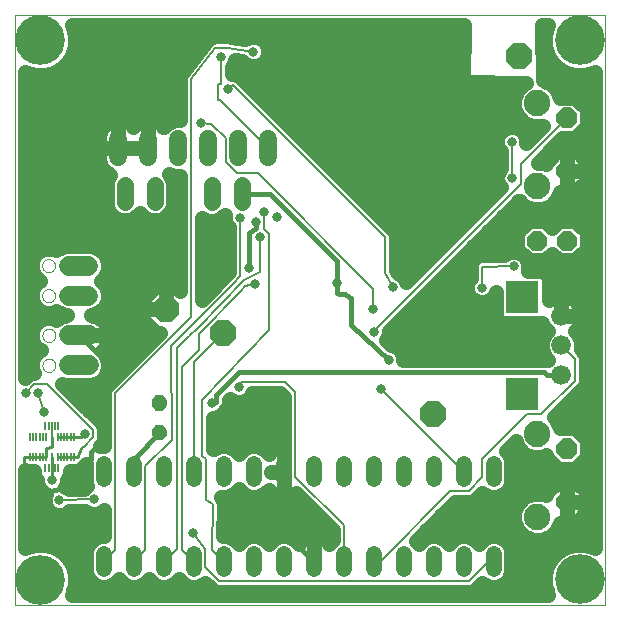
<source format=gtl>
G75*
%MOIN*%
%OFA0B0*%
%FSLAX24Y24*%
%IPPOS*%
%LPD*%
%AMOC8*
5,1,8,0,0,1.08239X$1,22.5*
%
%ADD10C,0.0000*%
%ADD11OC8,0.0850*%
%ADD12C,0.0520*%
%ADD13C,0.0560*%
%ADD14C,0.0104*%
%ADD15OC8,0.0660*%
%ADD16OC8,0.0700*%
%ADD17C,0.0885*%
%ADD18C,0.0660*%
%ADD19R,0.1102X0.1102*%
%ADD20C,0.0600*%
%ADD21C,0.0650*%
%ADD22R,0.0112X0.0276*%
%ADD23C,0.0160*%
%ADD24C,0.0317*%
%ADD25C,0.0110*%
%ADD26C,0.0500*%
%ADD27C,0.0100*%
%ADD28C,0.0080*%
%ADD29C,0.1660*%
D10*
X000350Y000350D02*
X000350Y020035D01*
X020035Y020035D01*
X020035Y000350D01*
X000350Y000350D01*
X001267Y008344D02*
X001269Y008373D01*
X001275Y008401D01*
X001284Y008429D01*
X001297Y008455D01*
X001314Y008478D01*
X001333Y008500D01*
X001355Y008519D01*
X001380Y008534D01*
X001406Y008547D01*
X001434Y008555D01*
X001462Y008560D01*
X001491Y008561D01*
X001520Y008558D01*
X001548Y008551D01*
X001575Y008541D01*
X001601Y008527D01*
X001624Y008510D01*
X001645Y008490D01*
X001663Y008467D01*
X001678Y008442D01*
X001689Y008415D01*
X001697Y008387D01*
X001701Y008358D01*
X001701Y008330D01*
X001697Y008301D01*
X001689Y008273D01*
X001678Y008246D01*
X001663Y008221D01*
X001645Y008198D01*
X001624Y008178D01*
X001601Y008161D01*
X001575Y008147D01*
X001548Y008137D01*
X001520Y008130D01*
X001491Y008127D01*
X001462Y008128D01*
X001434Y008133D01*
X001406Y008141D01*
X001380Y008154D01*
X001355Y008169D01*
X001333Y008188D01*
X001314Y008210D01*
X001297Y008233D01*
X001284Y008259D01*
X001275Y008287D01*
X001269Y008315D01*
X001267Y008344D01*
X001267Y009344D02*
X001269Y009373D01*
X001275Y009401D01*
X001284Y009429D01*
X001297Y009455D01*
X001314Y009478D01*
X001333Y009500D01*
X001355Y009519D01*
X001380Y009534D01*
X001406Y009547D01*
X001434Y009555D01*
X001462Y009560D01*
X001491Y009561D01*
X001520Y009558D01*
X001548Y009551D01*
X001575Y009541D01*
X001601Y009527D01*
X001624Y009510D01*
X001645Y009490D01*
X001663Y009467D01*
X001678Y009442D01*
X001689Y009415D01*
X001697Y009387D01*
X001701Y009358D01*
X001701Y009330D01*
X001697Y009301D01*
X001689Y009273D01*
X001678Y009246D01*
X001663Y009221D01*
X001645Y009198D01*
X001624Y009178D01*
X001601Y009161D01*
X001575Y009147D01*
X001548Y009137D01*
X001520Y009130D01*
X001491Y009127D01*
X001462Y009128D01*
X001434Y009133D01*
X001406Y009141D01*
X001380Y009154D01*
X001355Y009169D01*
X001333Y009188D01*
X001314Y009210D01*
X001297Y009233D01*
X001284Y009259D01*
X001275Y009287D01*
X001269Y009315D01*
X001267Y009344D01*
X001259Y010670D02*
X001261Y010699D01*
X001267Y010727D01*
X001276Y010755D01*
X001289Y010781D01*
X001306Y010804D01*
X001325Y010826D01*
X001347Y010845D01*
X001372Y010860D01*
X001398Y010873D01*
X001426Y010881D01*
X001454Y010886D01*
X001483Y010887D01*
X001512Y010884D01*
X001540Y010877D01*
X001567Y010867D01*
X001593Y010853D01*
X001616Y010836D01*
X001637Y010816D01*
X001655Y010793D01*
X001670Y010768D01*
X001681Y010741D01*
X001689Y010713D01*
X001693Y010684D01*
X001693Y010656D01*
X001689Y010627D01*
X001681Y010599D01*
X001670Y010572D01*
X001655Y010547D01*
X001637Y010524D01*
X001616Y010504D01*
X001593Y010487D01*
X001567Y010473D01*
X001540Y010463D01*
X001512Y010456D01*
X001483Y010453D01*
X001454Y010454D01*
X001426Y010459D01*
X001398Y010467D01*
X001372Y010480D01*
X001347Y010495D01*
X001325Y010514D01*
X001306Y010536D01*
X001289Y010559D01*
X001276Y010585D01*
X001267Y010613D01*
X001261Y010641D01*
X001259Y010670D01*
X001259Y011670D02*
X001261Y011699D01*
X001267Y011727D01*
X001276Y011755D01*
X001289Y011781D01*
X001306Y011804D01*
X001325Y011826D01*
X001347Y011845D01*
X001372Y011860D01*
X001398Y011873D01*
X001426Y011881D01*
X001454Y011886D01*
X001483Y011887D01*
X001512Y011884D01*
X001540Y011877D01*
X001567Y011867D01*
X001593Y011853D01*
X001616Y011836D01*
X001637Y011816D01*
X001655Y011793D01*
X001670Y011768D01*
X001681Y011741D01*
X001689Y011713D01*
X001693Y011684D01*
X001693Y011656D01*
X001689Y011627D01*
X001681Y011599D01*
X001670Y011572D01*
X001655Y011547D01*
X001637Y011524D01*
X001616Y011504D01*
X001593Y011487D01*
X001567Y011473D01*
X001540Y011463D01*
X001512Y011456D01*
X001483Y011453D01*
X001454Y011454D01*
X001426Y011459D01*
X001398Y011467D01*
X001372Y011480D01*
X001347Y011495D01*
X001325Y011514D01*
X001306Y011536D01*
X001289Y011559D01*
X001276Y011585D01*
X001267Y011613D01*
X001261Y011641D01*
X001259Y011670D01*
D11*
X005382Y010210D03*
X007280Y009422D03*
X014277Y006729D03*
X017168Y018666D03*
D12*
X016317Y005065D02*
X016317Y004545D01*
X015317Y004545D02*
X015317Y005065D01*
X014317Y005065D02*
X014317Y004545D01*
X013317Y004545D02*
X013317Y005065D01*
X012317Y005065D02*
X012317Y004545D01*
X011317Y004545D02*
X011317Y005065D01*
X010317Y005065D02*
X010317Y004545D01*
X009317Y004545D02*
X009317Y005065D01*
X008317Y005065D02*
X008317Y004545D01*
X007317Y004545D02*
X007317Y005065D01*
X006317Y005065D02*
X006317Y004545D01*
X005317Y004545D02*
X005317Y005065D01*
X004317Y005065D02*
X004317Y004545D01*
X003317Y004545D02*
X003317Y005065D01*
X003317Y002065D02*
X003317Y001545D01*
X004317Y001545D02*
X004317Y002065D01*
X005317Y002065D02*
X005317Y001545D01*
X006317Y001545D02*
X006317Y002065D01*
X007317Y002065D02*
X007317Y001545D01*
X008317Y001545D02*
X008317Y002065D01*
X009317Y002065D02*
X009317Y001545D01*
X010317Y001545D02*
X010317Y002065D01*
X011317Y002065D02*
X011317Y001545D01*
X012317Y001545D02*
X012317Y002065D01*
X013317Y002065D02*
X013317Y001545D01*
X014317Y001545D02*
X014317Y002065D01*
X015317Y002065D02*
X015317Y001545D01*
X016317Y001545D02*
X016317Y002065D01*
D13*
X007916Y013783D02*
X007916Y014343D01*
X006916Y014343D02*
X006916Y013783D01*
X005021Y013790D02*
X005021Y014350D01*
X004021Y014350D02*
X004021Y013790D01*
D14*
X004998Y007072D02*
X004946Y007020D01*
X004946Y007192D01*
X005067Y007313D01*
X005239Y007313D01*
X005360Y007192D01*
X005360Y007020D01*
X005239Y006899D01*
X005067Y006899D01*
X004946Y007020D01*
X005024Y007052D01*
X005024Y007160D01*
X005099Y007235D01*
X005207Y007235D01*
X005282Y007160D01*
X005282Y007052D01*
X005207Y006977D01*
X005099Y006977D01*
X005024Y007052D01*
X005102Y007085D01*
X005102Y007127D01*
X005132Y007157D01*
X005174Y007157D01*
X005204Y007127D01*
X005204Y007085D01*
X005174Y007055D01*
X005132Y007055D01*
X005102Y007085D01*
X004998Y006082D02*
X004946Y006030D01*
X004946Y006202D01*
X005067Y006323D01*
X005239Y006323D01*
X005360Y006202D01*
X005360Y006030D01*
X005239Y005909D01*
X005067Y005909D01*
X004946Y006030D01*
X005024Y006062D01*
X005024Y006170D01*
X005099Y006245D01*
X005207Y006245D01*
X005282Y006170D01*
X005282Y006062D01*
X005207Y005987D01*
X005099Y005987D01*
X005024Y006062D01*
X005102Y006095D01*
X005102Y006137D01*
X005132Y006167D01*
X005174Y006167D01*
X005204Y006137D01*
X005204Y006095D01*
X005174Y006065D01*
X005132Y006065D01*
X005102Y006095D01*
D15*
X017763Y012502D03*
X018763Y012502D03*
D16*
X018753Y014814D03*
X018753Y016594D03*
X018753Y005571D03*
X018753Y003791D03*
D17*
X017773Y003301D03*
X017773Y006061D03*
X017773Y014324D03*
X017773Y017084D03*
D18*
X018568Y009996D03*
X018568Y009011D03*
X018568Y008027D03*
D19*
X017268Y007397D03*
X017268Y010626D03*
D20*
X008804Y015289D02*
X008804Y015889D01*
X007804Y015889D02*
X007804Y015289D01*
X006804Y015289D02*
X006804Y015889D01*
X005804Y015889D02*
X005804Y015289D01*
X004804Y015289D02*
X004804Y015889D01*
X003804Y015889D02*
X003804Y015289D01*
D21*
X002801Y011670D02*
X002151Y011670D01*
X002151Y010670D02*
X002801Y010670D01*
X002809Y009344D02*
X002160Y009344D01*
X002160Y008344D02*
X002809Y008344D01*
D22*
X001804Y006336D03*
X001696Y006336D03*
X001588Y006336D03*
X001481Y006336D03*
X001374Y006336D03*
X001588Y006148D03*
X001588Y005953D03*
X001785Y005953D03*
X001892Y005953D03*
X001999Y005953D03*
X002105Y005953D03*
X002214Y005953D03*
X002321Y005953D03*
X002320Y005304D03*
X002213Y005304D03*
X002104Y005304D03*
X001998Y005305D03*
X001891Y005305D03*
X001785Y005303D03*
X001588Y005303D03*
X001391Y005303D03*
X001286Y005304D03*
X001179Y005304D03*
X001070Y005304D03*
X000964Y005304D03*
X000857Y005304D03*
X001374Y004920D03*
X001481Y004920D03*
X001588Y004920D03*
X001696Y004920D03*
X001804Y004920D03*
X001588Y005083D03*
X001391Y005953D03*
X001282Y005953D03*
X001175Y005953D03*
X001066Y005953D03*
X000960Y005953D03*
X000853Y005953D03*
D23*
X000650Y004816D02*
X000644Y004579D01*
X000633Y004300D01*
X001296Y004086D01*
X002101Y004285D01*
X002795Y005085D01*
X002885Y005240D01*
X002885Y005468D01*
X003295Y005878D01*
X003295Y008547D01*
X002492Y009350D01*
X002484Y009344D01*
X006508Y010536D02*
X007466Y011591D01*
X008158Y011591D02*
X008159Y012774D01*
X008381Y012925D01*
X008381Y013114D01*
X007917Y014059D02*
X007916Y014063D01*
X007917Y014059D02*
X008854Y014059D01*
X011082Y011830D01*
X011084Y011098D01*
X011079Y010769D01*
X011153Y010736D01*
X011358Y010736D01*
X011476Y010618D01*
X011550Y010584D01*
X011553Y010274D01*
X011553Y009691D01*
X012816Y008534D01*
X007830Y008130D02*
X007071Y007370D01*
X007071Y007137D01*
X006929Y007137D01*
X006929Y007082D01*
X007830Y008130D02*
X017988Y008130D01*
X018090Y008027D01*
X018568Y008027D01*
X010311Y001807D02*
X009626Y002492D01*
X008145Y002492D01*
X008090Y002437D01*
X007842Y002408D01*
X008720Y003849D02*
X009279Y003322D01*
X010311Y001807D02*
X010317Y001805D01*
X005193Y006114D02*
X004319Y005240D01*
X004319Y004807D01*
X004317Y004805D01*
X005153Y006116D02*
X005193Y006114D01*
D24*
X006929Y007082D03*
X007818Y007611D03*
X006508Y010536D03*
X007466Y011591D03*
X008158Y011591D03*
X008358Y011060D03*
X008538Y012625D03*
X008381Y013114D03*
X008673Y013445D03*
X009101Y013299D03*
X007845Y013263D03*
X011084Y011098D03*
X012297Y010239D03*
X012941Y010955D03*
X012326Y009468D03*
X012816Y008534D03*
X012573Y007573D03*
X015921Y010932D03*
X016975Y011646D03*
X016926Y014596D03*
X016918Y015799D03*
X008304Y018805D03*
X007214Y018608D03*
X007472Y017573D03*
X006543Y016434D03*
X001122Y007437D03*
X000720Y007437D03*
X001329Y006778D03*
X002684Y006056D03*
X002795Y005085D03*
X001595Y004511D03*
X001834Y003842D03*
X002988Y003881D03*
X006286Y002741D03*
X007842Y002408D03*
X009279Y003322D03*
X008720Y003849D03*
D25*
X002684Y006056D02*
X002561Y005957D01*
X002561Y005953D01*
X001785Y005953D01*
X001588Y005953D02*
X001588Y005626D01*
X001389Y005588D01*
X001390Y005336D01*
X001391Y005303D02*
X000649Y005303D01*
X000649Y005271D01*
X000650Y004816D01*
X001597Y004851D02*
X001592Y005303D01*
X001588Y005303D01*
X001597Y004851D02*
X001595Y004511D01*
D26*
X002052Y004338D02*
X002765Y004338D01*
X002772Y004320D02*
X002711Y004295D01*
X002656Y004240D01*
X002144Y004222D01*
X002111Y004256D01*
X002032Y004289D01*
X002083Y004414D01*
X002083Y004540D01*
X002139Y004595D01*
X002190Y004717D01*
X002190Y004837D01*
X002226Y004837D01*
X002442Y004837D01*
X002563Y004887D01*
X002654Y004978D01*
X002661Y004981D01*
X002727Y005047D01*
X002727Y004428D01*
X002772Y004320D01*
X002727Y004837D02*
X002190Y004837D01*
X002226Y004837D02*
X002226Y004837D01*
X001398Y004064D02*
X001318Y004097D01*
X001181Y004234D01*
X001107Y004414D01*
X001107Y004527D01*
X001038Y004596D01*
X000988Y004717D01*
X000988Y004836D01*
X000949Y004836D01*
X000948Y004836D01*
X000735Y004836D01*
X000700Y004851D01*
X000700Y002251D01*
X000752Y002281D01*
X001047Y002360D01*
X001353Y002360D01*
X001648Y002281D01*
X001912Y002128D01*
X002128Y001912D01*
X002281Y001648D01*
X002360Y001353D01*
X002360Y001047D01*
X002281Y000752D01*
X002251Y000700D01*
X018136Y000700D01*
X018099Y000765D01*
X018019Y001060D01*
X018019Y001365D01*
X018099Y001660D01*
X018251Y001924D01*
X018467Y002140D01*
X018732Y002293D01*
X019027Y002372D01*
X019332Y002372D01*
X019627Y002293D01*
X019685Y002260D01*
X019685Y018128D01*
X019629Y018096D01*
X019334Y018017D01*
X019029Y018017D01*
X018734Y018096D01*
X018469Y018248D01*
X018253Y018464D01*
X018101Y018729D01*
X018022Y019024D01*
X018022Y019329D01*
X018101Y019624D01*
X018136Y019685D01*
X017915Y019685D01*
X017949Y017848D01*
X018211Y017739D01*
X018428Y017522D01*
X018531Y017274D01*
X019035Y017274D01*
X019433Y016876D01*
X019433Y016313D01*
X019035Y015914D01*
X018595Y015914D01*
X017778Y015097D01*
X017927Y015097D01*
X018053Y015044D01*
X018053Y015104D01*
X018463Y015514D01*
X018753Y015514D01*
X018753Y014814D01*
X018753Y014814D01*
X018753Y014114D01*
X018523Y014114D01*
X018428Y013887D01*
X018211Y013669D01*
X017927Y013552D01*
X017620Y013552D01*
X017336Y013669D01*
X017166Y013839D01*
X012815Y009488D01*
X012815Y009371D01*
X012740Y009191D01*
X012724Y009175D01*
X012890Y009022D01*
X012914Y009022D01*
X013093Y008948D01*
X013230Y008810D01*
X013305Y008631D01*
X013305Y008540D01*
X018069Y008540D01*
X018124Y008517D01*
X018126Y008519D01*
X018008Y008638D01*
X017908Y008880D01*
X017908Y009143D01*
X018008Y009385D01*
X018112Y009489D01*
X018055Y009546D01*
X018001Y009617D01*
X017956Y009694D01*
X017928Y009762D01*
X017885Y009744D01*
X016652Y009744D01*
X016530Y009795D01*
X016437Y009887D01*
X016387Y010009D01*
X016387Y010782D01*
X016335Y010655D01*
X016197Y010518D01*
X016018Y010443D01*
X015824Y010443D01*
X015644Y010518D01*
X015507Y010655D01*
X015432Y010835D01*
X015432Y011029D01*
X015507Y011208D01*
X015550Y011252D01*
X015550Y011399D01*
X015550Y011400D01*
X015550Y011473D01*
X015550Y011546D01*
X015550Y011546D01*
X015550Y011639D01*
X015549Y011711D01*
X015550Y011712D01*
X015550Y011713D01*
X015578Y011781D01*
X015605Y011848D01*
X015606Y011848D01*
X015606Y011849D01*
X015658Y011901D01*
X015708Y011952D01*
X015709Y011953D01*
X015710Y011953D01*
X015777Y011981D01*
X015844Y012009D01*
X015845Y012009D01*
X015846Y012010D01*
X015919Y012010D01*
X016653Y012014D01*
X016699Y012060D01*
X016878Y012134D01*
X017073Y012134D01*
X017252Y012060D01*
X017389Y011922D01*
X017464Y011743D01*
X017464Y011549D01*
X017446Y011507D01*
X017885Y011507D01*
X018007Y011457D01*
X018099Y011364D01*
X018150Y011242D01*
X018150Y010532D01*
X018189Y010562D01*
X018266Y010607D01*
X018349Y010641D01*
X018435Y010664D01*
X018523Y010676D01*
X018568Y010676D01*
X018568Y009996D01*
X018568Y009996D01*
X019248Y009996D01*
X019248Y010040D01*
X019236Y010129D01*
X019213Y010215D01*
X019179Y010297D01*
X019134Y010374D01*
X019080Y010445D01*
X019017Y010508D01*
X018946Y010562D01*
X018869Y010607D01*
X018787Y010641D01*
X018701Y010664D01*
X018612Y010676D01*
X018568Y010676D01*
X018568Y009996D01*
X018568Y009996D01*
X019248Y009996D01*
X019248Y009951D01*
X019236Y009863D01*
X019213Y009777D01*
X019179Y009694D01*
X019134Y009617D01*
X019080Y009546D01*
X019023Y009489D01*
X019127Y009385D01*
X019228Y009143D01*
X019228Y008880D01*
X019227Y008878D01*
X019333Y008772D01*
X019389Y008636D01*
X019389Y007765D01*
X019333Y007629D01*
X019229Y007525D01*
X018315Y006611D01*
X018428Y006498D01*
X018531Y006251D01*
X019035Y006251D01*
X019433Y005852D01*
X019433Y005289D01*
X019035Y004891D01*
X018472Y004891D01*
X018073Y005289D01*
X018073Y005349D01*
X017927Y005288D01*
X017620Y005288D01*
X017336Y005406D01*
X017118Y005623D01*
X017041Y005809D01*
X016724Y005492D01*
X016817Y005399D01*
X016907Y005183D01*
X016907Y004428D01*
X016817Y004211D01*
X016651Y004045D01*
X016435Y003955D01*
X016200Y003955D01*
X015983Y004045D01*
X015933Y004095D01*
X015686Y003847D01*
X015550Y003791D01*
X015023Y003791D01*
X013724Y002492D01*
X013817Y002400D01*
X013983Y002565D01*
X014200Y002655D01*
X014435Y002655D01*
X014651Y002565D01*
X014817Y002400D01*
X014983Y002565D01*
X015200Y002655D01*
X015435Y002655D01*
X015651Y002565D01*
X015817Y002400D01*
X015983Y002565D01*
X016200Y002655D01*
X016435Y002655D01*
X016651Y002565D01*
X016817Y002399D01*
X016907Y002183D01*
X016907Y001428D01*
X016817Y001211D01*
X016651Y001045D01*
X016435Y000955D01*
X016200Y000955D01*
X015983Y001045D01*
X015933Y001095D01*
X015790Y000951D01*
X015686Y000847D01*
X015550Y000791D01*
X007087Y000791D01*
X006951Y000847D01*
X006847Y000951D01*
X006847Y000951D01*
X006703Y001096D01*
X006651Y001045D01*
X006435Y000955D01*
X006200Y000955D01*
X005983Y001045D01*
X005817Y001211D01*
X005651Y001045D01*
X005435Y000955D01*
X005200Y000955D01*
X004983Y001045D01*
X004817Y001211D01*
X004651Y001045D01*
X004435Y000955D01*
X004200Y000955D01*
X003983Y001045D01*
X003817Y001211D01*
X003651Y001045D01*
X003435Y000955D01*
X003200Y000955D01*
X002983Y001045D01*
X002817Y001211D01*
X002727Y001428D01*
X002727Y002183D01*
X002817Y002399D01*
X002983Y002565D01*
X003200Y002655D01*
X003334Y002655D01*
X003334Y003537D01*
X003265Y003467D01*
X003085Y003393D01*
X002891Y003393D01*
X002711Y003467D01*
X002678Y003500D01*
X002166Y003483D01*
X002111Y003428D01*
X001931Y003353D01*
X001737Y003353D01*
X001557Y003428D01*
X001420Y003565D01*
X001346Y003744D01*
X001346Y003939D01*
X001398Y004064D01*
X001346Y003840D02*
X000700Y003840D01*
X000700Y003341D02*
X003334Y003341D01*
X003334Y002843D02*
X000700Y002843D01*
X000700Y002344D02*
X000988Y002344D01*
X001412Y002344D02*
X002794Y002344D01*
X002727Y001846D02*
X002167Y001846D01*
X002360Y001347D02*
X002761Y001347D01*
X002307Y000849D02*
X006950Y000849D01*
X007817Y002400D02*
X007651Y002565D01*
X007435Y002655D01*
X007307Y002655D01*
X007317Y003695D01*
X007323Y003750D01*
X007318Y003768D01*
X007318Y003787D01*
X007297Y003838D01*
X007281Y003892D01*
X007270Y003906D01*
X007263Y003923D01*
X007231Y003955D01*
X007435Y003955D01*
X007651Y004045D01*
X007817Y004211D01*
X007983Y004045D01*
X008200Y003955D01*
X008435Y003955D01*
X008651Y004045D01*
X008811Y004204D01*
X008852Y004148D01*
X008920Y004080D01*
X008998Y004024D01*
X009083Y003980D01*
X009174Y003950D01*
X009269Y003935D01*
X009317Y003935D01*
X009317Y004805D01*
X008907Y004805D01*
X008907Y004805D01*
X009317Y004805D01*
X009317Y004805D01*
X009317Y004805D01*
X009317Y003935D01*
X009365Y003935D01*
X009460Y003950D01*
X009551Y003980D01*
X009637Y004024D01*
X009715Y004080D01*
X009717Y004082D01*
X010941Y002858D01*
X010941Y002523D01*
X010824Y002406D01*
X010783Y002463D01*
X010715Y002531D01*
X010637Y002587D01*
X010551Y002631D01*
X010460Y002660D01*
X010365Y002675D01*
X010317Y002675D01*
X010269Y002675D01*
X010174Y002660D01*
X010083Y002631D01*
X009998Y002587D01*
X009920Y002531D01*
X009852Y002463D01*
X009811Y002406D01*
X009651Y002565D01*
X009435Y002655D01*
X009200Y002655D01*
X008983Y002565D01*
X008817Y002400D01*
X008651Y002565D01*
X008435Y002655D01*
X008200Y002655D01*
X007983Y002565D01*
X007817Y002400D01*
X007309Y002843D02*
X010941Y002843D01*
X010317Y002675D02*
X010317Y001805D01*
X010317Y002675D01*
X010317Y002344D02*
X010317Y002344D01*
X010317Y001846D02*
X010317Y001846D01*
X010317Y001805D02*
X010317Y001805D01*
X010458Y003341D02*
X007314Y003341D01*
X007297Y003840D02*
X009959Y003840D01*
X009317Y004338D02*
X009317Y004338D01*
X009334Y004805D02*
X009317Y004805D01*
X009317Y005675D01*
X009269Y005675D01*
X009174Y005660D01*
X009083Y005631D01*
X008998Y005587D01*
X008920Y005531D01*
X008852Y005463D01*
X008811Y005406D01*
X008651Y005565D01*
X008435Y005655D01*
X008200Y005655D01*
X007983Y005565D01*
X007817Y005400D01*
X007651Y005565D01*
X007435Y005655D01*
X007200Y005655D01*
X006983Y005565D01*
X006964Y005546D01*
X006964Y006594D01*
X007027Y006594D01*
X007206Y006668D01*
X007344Y006806D01*
X007361Y006848D01*
X007418Y006905D01*
X007481Y007056D01*
X007481Y007201D01*
X007509Y007229D01*
X007541Y007197D01*
X007721Y007123D01*
X007915Y007123D01*
X008095Y007197D01*
X008232Y007334D01*
X008271Y007429D01*
X009197Y007429D01*
X009334Y007291D01*
X009334Y005675D01*
X009317Y005675D01*
X009317Y004805D01*
X009317Y004805D01*
X009317Y004805D01*
X009334Y004805D01*
X009334Y004805D01*
X009317Y004837D02*
X009317Y004837D01*
X009317Y005335D02*
X009317Y005335D01*
X009334Y005834D02*
X006964Y005834D01*
X006964Y006332D02*
X009334Y006332D01*
X009334Y006831D02*
X007354Y006831D01*
X008227Y007329D02*
X009297Y007329D01*
X012795Y009323D02*
X017982Y009323D01*
X017931Y008825D02*
X013216Y008825D01*
X013148Y009822D02*
X016503Y009822D01*
X016387Y010320D02*
X013646Y010320D01*
X014145Y010819D02*
X015439Y010819D01*
X015550Y011317D02*
X014643Y011317D01*
X015142Y011816D02*
X015592Y011816D01*
X015640Y012314D02*
X017103Y012314D01*
X017103Y012228D02*
X017490Y011842D01*
X018037Y011842D01*
X018263Y012068D01*
X018490Y011842D01*
X019037Y011842D01*
X019423Y012228D01*
X019423Y012775D01*
X019037Y013162D01*
X018490Y013162D01*
X018263Y012935D01*
X018037Y013162D01*
X017490Y013162D01*
X017103Y012775D01*
X017103Y012228D01*
X017434Y011816D02*
X019685Y011816D01*
X019685Y011317D02*
X018119Y011317D01*
X018150Y010819D02*
X019685Y010819D01*
X019685Y010320D02*
X019166Y010320D01*
X019225Y009822D02*
X019685Y009822D01*
X019685Y009323D02*
X019153Y009323D01*
X019281Y008825D02*
X019685Y008825D01*
X019685Y008326D02*
X019389Y008326D01*
X019389Y007828D02*
X019685Y007828D01*
X019685Y007329D02*
X019033Y007329D01*
X018535Y006831D02*
X019685Y006831D01*
X019685Y006332D02*
X018497Y006332D01*
X019433Y005834D02*
X019685Y005834D01*
X019685Y005335D02*
X019433Y005335D01*
X019685Y004837D02*
X016907Y004837D01*
X016870Y004338D02*
X018311Y004338D01*
X018463Y004491D02*
X018053Y004081D01*
X018053Y004021D01*
X017927Y004073D01*
X017620Y004073D01*
X017336Y003956D01*
X017118Y003738D01*
X017001Y003454D01*
X017001Y003147D01*
X017118Y002863D01*
X017336Y002646D01*
X017620Y002528D01*
X017927Y002528D01*
X018211Y002646D01*
X018428Y002863D01*
X018523Y003091D01*
X018753Y003091D01*
X018753Y003791D01*
X018753Y004491D01*
X018463Y004491D01*
X018753Y004491D02*
X018753Y003791D01*
X018753Y003791D01*
X018753Y003791D01*
X019453Y003791D01*
X019453Y004081D01*
X019043Y004491D01*
X018753Y004491D01*
X018753Y004338D02*
X018753Y004338D01*
X019196Y004338D02*
X019685Y004338D01*
X019685Y003840D02*
X019453Y003840D01*
X019453Y003791D02*
X018753Y003791D01*
X018753Y003791D01*
X018753Y003091D01*
X019043Y003091D01*
X019453Y003501D01*
X019453Y003791D01*
X019294Y003341D02*
X019685Y003341D01*
X019685Y002843D02*
X018408Y002843D01*
X018921Y002344D02*
X016840Y002344D01*
X016907Y001846D02*
X018206Y001846D01*
X018019Y001347D02*
X016874Y001347D01*
X015687Y000849D02*
X018076Y000849D01*
X019437Y002344D02*
X019685Y002344D01*
X018753Y003341D02*
X018753Y003341D01*
X018753Y003840D02*
X018753Y003840D01*
X017220Y003840D02*
X015667Y003840D01*
X014573Y003341D02*
X017001Y003341D01*
X017139Y002843D02*
X014074Y002843D01*
X016844Y005335D02*
X017507Y005335D01*
X018040Y005335D02*
X018073Y005335D01*
X018568Y010320D02*
X018568Y010320D01*
X019423Y012314D02*
X019685Y012314D01*
X019685Y012813D02*
X019386Y012813D01*
X019685Y013311D02*
X016637Y013311D01*
X017136Y013810D02*
X017196Y013810D01*
X016556Y014276D02*
X013401Y011121D01*
X013356Y011232D01*
X013218Y011370D01*
X013121Y011410D01*
X013057Y011530D01*
X013048Y011684D01*
X013048Y012543D01*
X013048Y012543D01*
X013048Y012617D01*
X013048Y012690D01*
X013048Y012691D01*
X013020Y012758D01*
X012992Y012826D01*
X012992Y012827D01*
X012940Y012878D01*
X012888Y012931D01*
X012888Y012931D01*
X007888Y017926D01*
X007857Y017966D01*
X007836Y017978D01*
X007819Y017994D01*
X007773Y018014D01*
X007729Y018039D01*
X007705Y018042D01*
X007683Y018051D01*
X007633Y018051D01*
X007583Y018057D01*
X007581Y018057D01*
X007580Y018057D01*
X007582Y018285D01*
X007628Y018331D01*
X007702Y018511D01*
X007702Y018528D01*
X007927Y018491D01*
X008027Y018391D01*
X008207Y018317D01*
X008401Y018317D01*
X008581Y018391D01*
X008718Y018529D01*
X008792Y018708D01*
X008792Y018903D01*
X008718Y019082D01*
X008581Y019219D01*
X008401Y019294D01*
X008207Y019294D01*
X008037Y019223D01*
X007566Y019299D01*
X007530Y019313D01*
X007494Y019311D01*
X007457Y019317D01*
X007421Y019308D01*
X007414Y019308D01*
X007090Y019308D01*
X007066Y019314D01*
X007017Y019308D01*
X006966Y019308D01*
X006944Y019299D01*
X006920Y019296D01*
X006877Y019271D01*
X006830Y019252D01*
X006813Y019235D01*
X006793Y019223D01*
X006762Y019183D01*
X006726Y019148D01*
X006717Y019125D01*
X005946Y018131D01*
X005910Y018095D01*
X005901Y018073D01*
X005886Y018054D01*
X005873Y018005D01*
X005854Y017959D01*
X005854Y017935D01*
X005848Y017912D01*
X005854Y017862D01*
X005854Y016519D01*
X005679Y016519D01*
X005447Y016423D01*
X005315Y016291D01*
X005294Y016319D01*
X005233Y016379D01*
X005166Y016431D01*
X005092Y016473D01*
X005013Y016506D01*
X004931Y016528D01*
X004847Y016539D01*
X004804Y016539D01*
X004804Y015589D01*
X004154Y015589D01*
X003804Y015589D01*
X003804Y015589D01*
X003154Y015589D01*
X003154Y015246D01*
X003165Y015162D01*
X003187Y015080D01*
X003220Y015001D01*
X003262Y014927D01*
X003314Y014860D01*
X003374Y014799D01*
X003442Y014747D01*
X003514Y014706D01*
X003504Y014695D01*
X003411Y014471D01*
X003411Y013669D01*
X003504Y013444D01*
X003675Y013273D01*
X003899Y013180D01*
X004142Y013180D01*
X004366Y013273D01*
X004521Y013427D01*
X004675Y013273D01*
X004899Y013180D01*
X005142Y013180D01*
X005366Y013273D01*
X005538Y013444D01*
X005631Y013669D01*
X005631Y014471D01*
X005538Y014695D01*
X005500Y014733D01*
X005679Y014659D01*
X005854Y014659D01*
X005854Y010833D01*
X005703Y010985D01*
X005382Y010985D01*
X005382Y010210D01*
X005382Y010210D01*
X005382Y010985D01*
X005061Y010985D01*
X004607Y010531D01*
X004607Y010210D01*
X005382Y010210D01*
X005382Y010210D01*
X004607Y010210D01*
X004607Y009889D01*
X005061Y009435D01*
X005195Y009435D01*
X003495Y007735D01*
X003391Y007630D01*
X003334Y007494D01*
X003334Y005655D01*
X003202Y005655D01*
X003278Y005731D01*
X003334Y005867D01*
X003334Y006250D01*
X003278Y006386D01*
X001937Y007728D01*
X002029Y007689D01*
X002939Y007689D01*
X003180Y007789D01*
X003364Y007973D01*
X003464Y008214D01*
X003464Y008474D01*
X003364Y008715D01*
X003249Y008831D01*
X003255Y008836D01*
X003318Y008898D01*
X003372Y008968D01*
X003416Y009045D01*
X003450Y009127D01*
X003472Y009212D01*
X003484Y009300D01*
X003484Y009344D01*
X003484Y009388D01*
X003472Y009476D01*
X003450Y009561D01*
X003416Y009643D01*
X003372Y009720D01*
X003318Y009790D01*
X003255Y009852D01*
X003185Y009906D01*
X003108Y009950D01*
X003027Y009984D01*
X002941Y010007D01*
X002878Y010016D01*
X002931Y010016D01*
X003172Y010115D01*
X003356Y010299D01*
X003456Y010540D01*
X003456Y010801D01*
X003356Y011041D01*
X003227Y011170D01*
X003356Y011299D01*
X003456Y011540D01*
X003456Y011801D01*
X003356Y012041D01*
X003172Y012225D01*
X002931Y012325D01*
X002021Y012325D01*
X001781Y012225D01*
X001732Y012177D01*
X001589Y012237D01*
X001364Y012237D01*
X001155Y012151D01*
X000996Y011991D01*
X000910Y011783D01*
X000910Y011558D01*
X000996Y011349D01*
X001155Y011190D01*
X001203Y011170D01*
X001155Y011151D01*
X000996Y010991D01*
X000910Y010783D01*
X000910Y010558D01*
X000996Y010349D01*
X001155Y010190D01*
X001364Y010104D01*
X001589Y010104D01*
X001732Y010163D01*
X001781Y010115D01*
X002021Y010016D01*
X002091Y010016D01*
X002028Y010007D01*
X001942Y009984D01*
X001861Y009950D01*
X001784Y009906D01*
X001722Y009859D01*
X001597Y009910D01*
X001372Y009910D01*
X001164Y009824D01*
X001004Y009665D01*
X000918Y009457D01*
X000918Y009231D01*
X001004Y009023D01*
X001164Y008864D01*
X001211Y008844D01*
X001164Y008824D01*
X001164Y008825D02*
X000700Y008825D01*
X001004Y008665D02*
X000918Y008457D01*
X000918Y008231D01*
X000976Y008090D01*
X000930Y008090D01*
X000794Y008034D01*
X000700Y007940D01*
X000700Y018125D01*
X000753Y018094D01*
X001048Y018015D01*
X001353Y018015D01*
X001648Y018094D01*
X001913Y018247D01*
X002129Y018463D01*
X002282Y018727D01*
X002361Y019022D01*
X002361Y019328D01*
X002282Y019623D01*
X002246Y019685D01*
X015311Y019685D01*
X015298Y017775D01*
X017388Y017761D01*
X017336Y017739D01*
X017118Y017522D01*
X017001Y017238D01*
X017001Y016931D01*
X017118Y016647D01*
X017336Y016429D01*
X017620Y016312D01*
X017927Y016312D01*
X017959Y016325D01*
X017407Y015773D01*
X017407Y015896D01*
X017333Y016076D01*
X017195Y016213D01*
X017016Y016288D01*
X016821Y016288D01*
X016642Y016213D01*
X016504Y016076D01*
X016430Y015896D01*
X016430Y015702D01*
X016504Y015522D01*
X016550Y015476D01*
X016554Y014915D01*
X016512Y014873D01*
X016437Y014693D01*
X016437Y014499D01*
X016512Y014320D01*
X016556Y014276D01*
X016523Y014308D02*
X011509Y014308D01*
X011010Y014807D02*
X016484Y014807D01*
X016551Y015305D02*
X010511Y015305D01*
X010012Y015804D02*
X016430Y015804D01*
X017407Y015804D02*
X017438Y015804D01*
X017936Y016302D02*
X009513Y016302D01*
X009014Y016801D02*
X017055Y016801D01*
X017026Y017299D02*
X008515Y017299D01*
X008016Y017798D02*
X015298Y017798D01*
X015301Y018296D02*
X007593Y018296D01*
X006461Y018795D02*
X002300Y018795D01*
X002361Y019293D02*
X006915Y019293D01*
X007606Y019293D02*
X008205Y019293D01*
X008403Y019293D02*
X015308Y019293D01*
X015305Y018795D02*
X008792Y018795D01*
X006074Y018296D02*
X001962Y018296D01*
X000700Y017798D02*
X005854Y017798D01*
X005854Y017299D02*
X000700Y017299D01*
X000700Y016801D02*
X005854Y016801D01*
X005326Y016302D02*
X005306Y016302D01*
X004804Y016302D02*
X004804Y016302D01*
X004677Y016528D02*
X004595Y016506D01*
X004516Y016473D01*
X004442Y016431D01*
X004374Y016379D01*
X004314Y016319D01*
X004304Y016305D01*
X004294Y016319D01*
X004233Y016379D01*
X004166Y016431D01*
X004092Y016473D01*
X004013Y016506D01*
X003931Y016528D01*
X003847Y016539D01*
X003804Y016539D01*
X003804Y015589D01*
X003804Y015589D01*
X004804Y015589D01*
X004804Y015589D01*
X004804Y015589D01*
X004804Y016539D01*
X004761Y016539D01*
X004677Y016528D01*
X003804Y016539D02*
X003761Y016539D01*
X003677Y016528D01*
X003595Y016506D01*
X003516Y016473D01*
X003442Y016431D01*
X003374Y016379D01*
X003314Y016319D01*
X003262Y016251D01*
X003220Y016177D01*
X003187Y016098D01*
X003165Y016016D01*
X003154Y015932D01*
X003154Y015589D01*
X003804Y015589D01*
X003804Y015589D01*
X003804Y016539D01*
X003804Y016302D02*
X003804Y016302D01*
X003302Y016302D02*
X000700Y016302D01*
X000700Y015804D02*
X003154Y015804D01*
X003154Y015305D02*
X000700Y015305D01*
X000700Y014807D02*
X003367Y014807D01*
X003411Y014308D02*
X000700Y014308D01*
X000700Y013810D02*
X003411Y013810D01*
X003637Y013311D02*
X000700Y013311D01*
X000700Y012813D02*
X005854Y012813D01*
X005854Y012314D02*
X002958Y012314D01*
X003450Y011816D02*
X005854Y011816D01*
X005854Y011317D02*
X003363Y011317D01*
X003448Y010819D02*
X004895Y010819D01*
X005382Y010819D02*
X005382Y010819D01*
X005382Y010320D02*
X005382Y010320D01*
X004607Y010320D02*
X003365Y010320D01*
X003286Y009822D02*
X004674Y009822D01*
X005083Y009323D02*
X003484Y009323D01*
X003484Y009344D02*
X002484Y009344D01*
X003484Y009344D01*
X003255Y008825D02*
X004585Y008825D01*
X004086Y008326D02*
X003464Y008326D01*
X003588Y007828D02*
X003219Y007828D01*
X003334Y007329D02*
X002335Y007329D01*
X002834Y006831D02*
X003334Y006831D01*
X003334Y006332D02*
X003300Y006332D01*
X003320Y005834D02*
X003334Y005834D01*
X001138Y004338D02*
X000700Y004338D01*
X000700Y004837D02*
X000734Y004837D01*
X000700Y008326D02*
X000918Y008326D01*
X001004Y008665D02*
X001164Y008824D01*
X000918Y009323D02*
X000700Y009323D01*
X000700Y009822D02*
X001161Y009822D01*
X001025Y010320D02*
X000700Y010320D01*
X000700Y010819D02*
X000924Y010819D01*
X001028Y011317D02*
X000700Y011317D01*
X000700Y011816D02*
X000923Y011816D01*
X000700Y012314D02*
X001994Y012314D01*
X004405Y013311D02*
X004637Y013311D01*
X005405Y013311D02*
X005854Y013311D01*
X005854Y013810D02*
X005631Y013810D01*
X005631Y014308D02*
X005854Y014308D01*
X007038Y013173D02*
X007262Y013266D01*
X007356Y013360D01*
X007356Y013166D01*
X007431Y012987D01*
X007476Y012941D01*
X007482Y011563D01*
X007479Y011458D01*
X007359Y011309D01*
X006594Y010540D01*
X006594Y013256D01*
X006795Y013173D01*
X007038Y013173D01*
X007307Y013311D02*
X007356Y013311D01*
X007477Y012813D02*
X006594Y012813D01*
X006594Y012314D02*
X007479Y012314D01*
X007481Y011816D02*
X006594Y011816D01*
X006594Y011317D02*
X007365Y011317D01*
X006871Y010819D02*
X006594Y010819D01*
X002484Y009344D02*
X002484Y009344D01*
X012008Y013810D02*
X016089Y013810D01*
X015591Y013311D02*
X012507Y013311D01*
X012992Y012827D02*
X012992Y012827D01*
X012998Y012813D02*
X015092Y012813D01*
X014594Y012314D02*
X013048Y012314D01*
X013048Y012691D02*
X013048Y012691D01*
X013048Y011816D02*
X014095Y011816D01*
X013597Y011317D02*
X013271Y011317D01*
X016139Y012813D02*
X017141Y012813D01*
X018351Y013810D02*
X019685Y013810D01*
X019043Y014114D02*
X019453Y014524D01*
X019453Y014814D01*
X018753Y014814D01*
X018753Y014114D01*
X019043Y014114D01*
X019237Y014308D02*
X019685Y014308D01*
X019685Y014807D02*
X019453Y014807D01*
X019453Y014814D02*
X019453Y015104D01*
X019043Y015514D01*
X018753Y015514D01*
X018753Y014814D01*
X018753Y014814D01*
X018753Y014814D01*
X019453Y014814D01*
X019253Y015305D02*
X019685Y015305D01*
X019685Y015804D02*
X018484Y015804D01*
X018254Y015305D02*
X017986Y015305D01*
X018753Y015305D02*
X018753Y015305D01*
X018753Y014807D02*
X018753Y014807D01*
X018753Y014308D02*
X018753Y014308D01*
X019423Y016302D02*
X019685Y016302D01*
X019685Y016801D02*
X019433Y016801D01*
X019685Y017299D02*
X018521Y017299D01*
X018070Y017798D02*
X019685Y017798D01*
X018422Y018296D02*
X017941Y018296D01*
X017932Y018795D02*
X018083Y018795D01*
X018022Y019293D02*
X017922Y019293D01*
X004804Y015804D02*
X004804Y015804D01*
X003804Y015804D02*
X003804Y015804D01*
D27*
X001588Y005953D02*
X001586Y005953D01*
X001390Y005336D02*
X001391Y005303D01*
X001785Y005303D02*
X002446Y005303D01*
X002446Y005319D01*
X002563Y005601D01*
D28*
X002610Y005618D01*
X002641Y005618D01*
X002964Y005941D01*
X002964Y006177D01*
X001421Y007720D01*
X001004Y007720D01*
X000720Y007437D01*
X001122Y007437D02*
X001329Y006778D01*
X003704Y007421D02*
X003704Y002193D01*
X003319Y001807D01*
X003317Y001805D01*
X004317Y001805D02*
X004319Y001807D01*
X004704Y002193D01*
X004704Y004996D01*
X005578Y005870D01*
X005568Y008984D01*
X007634Y011062D01*
X007846Y011323D01*
X007852Y011559D01*
X007845Y013263D01*
X008673Y013445D02*
X008673Y012885D01*
X008822Y012736D01*
X008822Y012326D01*
X008817Y012200D01*
X008820Y012119D01*
X008839Y009510D01*
X006594Y007185D01*
X006594Y005326D01*
X006726Y005215D01*
X006730Y004988D01*
X006730Y004047D01*
X006720Y003841D01*
X006947Y003717D01*
X006933Y002185D01*
X007311Y001807D01*
X007317Y001805D01*
X006704Y001618D02*
X006704Y002216D01*
X006286Y002741D01*
X005933Y002185D02*
X006311Y001807D01*
X006317Y001805D01*
X006704Y001618D02*
X007161Y001161D01*
X015476Y001161D01*
X016114Y001799D01*
X016311Y001799D01*
X016317Y001805D01*
X015476Y004161D02*
X014870Y004161D01*
X012515Y001807D01*
X012319Y001807D01*
X012317Y001805D01*
X011317Y001805D02*
X011311Y001807D01*
X011311Y003011D01*
X009704Y004618D01*
X009704Y007444D01*
X009350Y007799D01*
X007901Y007799D01*
X007818Y007611D01*
X006319Y008460D02*
X007279Y009421D01*
X007280Y009422D01*
X006484Y009397D02*
X006484Y008854D01*
X005933Y008303D01*
X005933Y002185D01*
X005744Y002232D02*
X005319Y001807D01*
X005317Y001805D01*
X005744Y002232D02*
X005764Y008911D01*
X006130Y009286D01*
X006157Y009314D01*
X006443Y009605D01*
X007995Y011194D01*
X008538Y011470D01*
X008538Y012625D01*
X008358Y011060D02*
X008021Y010982D01*
X007878Y010822D01*
X006484Y009397D01*
X006224Y009941D02*
X003704Y007421D01*
X006319Y008460D02*
X006319Y004807D01*
X006317Y004805D01*
X002988Y003881D02*
X001834Y003842D01*
X006224Y009941D02*
X006224Y017885D01*
X007040Y018938D01*
X007421Y018938D01*
X007471Y018940D01*
X008304Y018805D01*
X007214Y018608D02*
X007209Y017815D01*
X007209Y017737D01*
X007113Y017737D01*
X007113Y017200D01*
X007193Y017200D01*
X008799Y015594D01*
X008804Y015589D01*
X008452Y014744D02*
X007752Y014744D01*
X007381Y015114D01*
X007381Y015909D01*
X006901Y016389D01*
X006543Y016434D01*
X007472Y017573D02*
X007610Y017681D01*
X012678Y012617D01*
X012678Y011673D01*
X012693Y011429D01*
X012941Y010955D01*
X012295Y010901D02*
X012297Y010239D01*
X012295Y010901D02*
X008452Y014744D01*
X015920Y011640D02*
X015920Y011473D01*
X015921Y010932D01*
X015920Y011640D02*
X016975Y011646D01*
X017208Y014405D02*
X017208Y015051D01*
X018752Y016594D01*
X018753Y016594D01*
X016918Y015799D02*
X016926Y014596D01*
X017208Y014405D02*
X012311Y009507D01*
X012326Y009468D01*
X012573Y007573D02*
X015311Y004807D01*
X015317Y004805D01*
X015933Y004618D02*
X015933Y005224D01*
X017429Y006720D01*
X017901Y006720D01*
X019019Y007838D01*
X019019Y008563D01*
X018570Y009011D01*
X018568Y009011D01*
X015933Y004618D02*
X015476Y004161D01*
D29*
X019179Y001212D03*
X001200Y001200D03*
X001201Y019175D03*
X019182Y019177D03*
M02*

</source>
